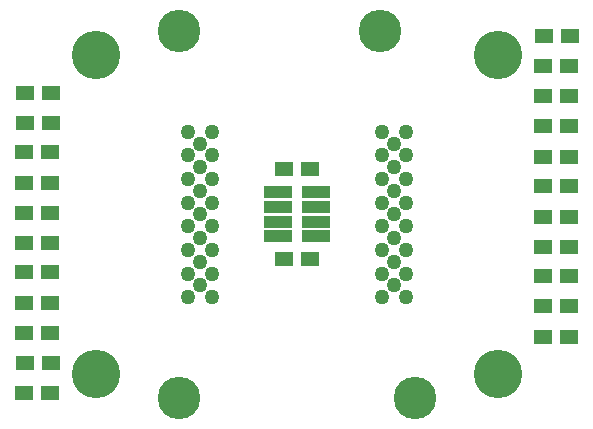
<source format=gbs>
G04 #@! TF.FileFunction,Soldermask,Bot*
%FSLAX46Y46*%
G04 Gerber Fmt 4.6, Leading zero omitted, Abs format (unit mm)*
G04 Created by KiCad (PCBNEW 4.0.2-stable) date 1/24/2017 5:25:06 AM*
%MOMM*%
G01*
G04 APERTURE LIST*
%ADD10C,0.100000*%
%ADD11C,4.100000*%
%ADD12R,2.400000X1.100000*%
%ADD13R,1.600000X1.300000*%
%ADD14C,1.260000*%
%ADD15C,3.600000*%
G04 APERTURE END LIST*
D10*
D11*
X-17000000Y13500000D03*
X-17000000Y-13500000D03*
X17000000Y-13500000D03*
X17000000Y13500000D03*
D12*
X1600000Y-1850000D03*
X-1600000Y-1850000D03*
X-1600000Y-600000D03*
X-1600000Y650000D03*
X-1600000Y1900000D03*
X1600000Y1900000D03*
X1600000Y650000D03*
X1600000Y-600000D03*
D13*
X-23091320Y-4912360D03*
X-20891320Y-4912360D03*
D14*
X7200000Y7000000D03*
X-7200000Y7000000D03*
X-9200000Y7000000D03*
X-8200000Y6000000D03*
X-7200000Y5000000D03*
X-9200000Y5000000D03*
X-8200000Y4000000D03*
X-7200000Y3000000D03*
X-9200000Y3000000D03*
X-8200000Y2000000D03*
X-7200000Y1000000D03*
X-9200000Y1000000D03*
X-8200000Y0D03*
X-9200000Y-1000000D03*
X-7200000Y-1000000D03*
X-8200000Y-2000000D03*
X-9200000Y-3000000D03*
X-7200000Y-3000000D03*
X-8200000Y-4000000D03*
X-9200000Y-5000000D03*
X-7200000Y-5000000D03*
X-8200000Y-6000000D03*
X-9200000Y-7000000D03*
X-7200000Y-7000000D03*
X9200000Y7000000D03*
X8200000Y6000000D03*
X7200000Y5000000D03*
X9200000Y5000000D03*
X8200000Y4000000D03*
X7200000Y3000000D03*
X9200000Y3000000D03*
X8200000Y2000000D03*
X7200000Y1000000D03*
X9200000Y1000000D03*
X8200000Y0D03*
X9200000Y-1000000D03*
X7200000Y-1000000D03*
X8200000Y-2000000D03*
X9200000Y-3000000D03*
X7200000Y-3000000D03*
X8200000Y-4000000D03*
X9200000Y-5000000D03*
X7200000Y-5000000D03*
X8200000Y-6000000D03*
X9200000Y-7000000D03*
X7200000Y-7000000D03*
D15*
X-10000000Y15500000D03*
X-10000000Y-15500000D03*
X10000000Y-15500000D03*
X7000000Y15500000D03*
D13*
X-23045600Y10287000D03*
X-20845600Y10287000D03*
X-23045600Y7721600D03*
X-20845600Y7721600D03*
X-23071000Y5257800D03*
X-20871000Y5257800D03*
X-23134500Y2679700D03*
X-20934500Y2679700D03*
X-23106560Y121920D03*
X-20906560Y121920D03*
X-23106560Y-2397760D03*
X-20906560Y-2397760D03*
X-23121800Y-7472680D03*
X-20921800Y-7472680D03*
X-23137040Y-10012680D03*
X-20937040Y-10012680D03*
X-22984640Y-12573000D03*
X-20784640Y-12573000D03*
X-23076080Y-15087600D03*
X-20876080Y-15087600D03*
X20900000Y15100000D03*
X23100000Y15100000D03*
X20875000Y12575000D03*
X23075000Y12575000D03*
X20875000Y10050000D03*
X23075000Y10050000D03*
X20875000Y7500000D03*
X23075000Y7500000D03*
X20850000Y4900000D03*
X23050000Y4900000D03*
X20850000Y2375000D03*
X23050000Y2375000D03*
X20875000Y-175000D03*
X23075000Y-175000D03*
X20875000Y-2725000D03*
X23075000Y-2725000D03*
X20875000Y-5225000D03*
X23075000Y-5225000D03*
X20875000Y-7750000D03*
X23075000Y-7750000D03*
X20875000Y-10350000D03*
X23075000Y-10350000D03*
X1100000Y3810000D03*
X-1100000Y3810000D03*
X-1100000Y-3810000D03*
X1100000Y-3810000D03*
M02*

</source>
